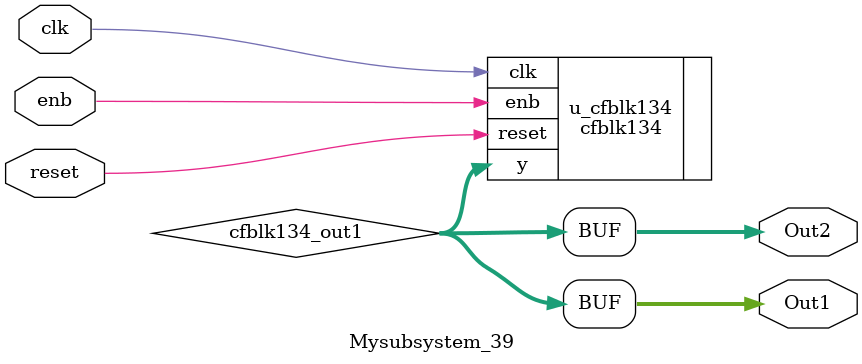
<source format=v>



`timescale 1 ns / 1 ns

module Mysubsystem_39
          (clk,
           reset,
           enb,
           Out1,
           Out2);


  input   clk;
  input   reset;
  input   enb;
  output  [15:0] Out1;  // uint16
  output  [15:0] Out2;  // uint16


  wire [15:0] cfblk134_out1;  // uint16


  cfblk134 u_cfblk134 (.clk(clk),
                       .reset(reset),
                       .enb(enb),
                       .y(cfblk134_out1)  // uint16
                       );

  assign Out1 = cfblk134_out1;

  assign Out2 = cfblk134_out1;

endmodule  // Mysubsystem_39


</source>
